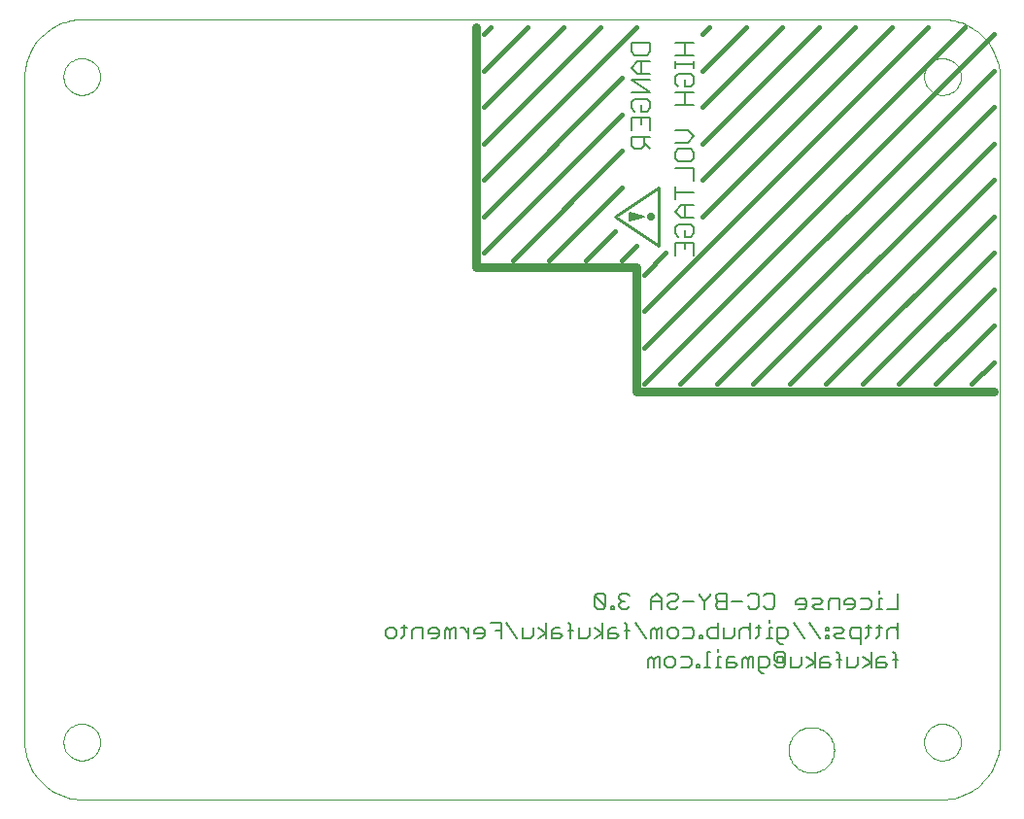
<source format=gbo>
G75*
%MOIN*%
%OFA0B0*%
%FSLAX24Y24*%
%IPPOS*%
%LPD*%
%AMOC8*
5,1,8,0,0,1.08239X$1,22.5*
%
%ADD10C,0.0000*%
%ADD11C,0.0060*%
%ADD12C,0.0160*%
%ADD13C,0.0300*%
%ADD14C,0.0050*%
%ADD15C,0.0100*%
%ADD16C,0.0125*%
D10*
X001180Y002680D02*
X001180Y025452D01*
X002519Y025483D02*
X002521Y025533D01*
X002527Y025583D01*
X002537Y025632D01*
X002551Y025680D01*
X002568Y025727D01*
X002589Y025772D01*
X002614Y025816D01*
X002642Y025857D01*
X002674Y025896D01*
X002708Y025933D01*
X002745Y025967D01*
X002785Y025997D01*
X002827Y026024D01*
X002871Y026048D01*
X002917Y026069D01*
X002964Y026085D01*
X003012Y026098D01*
X003062Y026107D01*
X003111Y026112D01*
X003162Y026113D01*
X003212Y026110D01*
X003261Y026103D01*
X003310Y026092D01*
X003358Y026077D01*
X003404Y026059D01*
X003449Y026037D01*
X003492Y026011D01*
X003533Y025982D01*
X003572Y025950D01*
X003608Y025915D01*
X003640Y025877D01*
X003670Y025837D01*
X003697Y025794D01*
X003720Y025750D01*
X003739Y025704D01*
X003755Y025656D01*
X003767Y025607D01*
X003775Y025558D01*
X003779Y025508D01*
X003779Y025458D01*
X003775Y025408D01*
X003767Y025359D01*
X003755Y025310D01*
X003739Y025262D01*
X003720Y025216D01*
X003697Y025172D01*
X003670Y025129D01*
X003640Y025089D01*
X003608Y025051D01*
X003572Y025016D01*
X003533Y024984D01*
X003492Y024955D01*
X003449Y024929D01*
X003404Y024907D01*
X003358Y024889D01*
X003310Y024874D01*
X003261Y024863D01*
X003212Y024856D01*
X003162Y024853D01*
X003111Y024854D01*
X003062Y024859D01*
X003012Y024868D01*
X002964Y024881D01*
X002917Y024897D01*
X002871Y024918D01*
X002827Y024942D01*
X002785Y024969D01*
X002745Y024999D01*
X002708Y025033D01*
X002674Y025070D01*
X002642Y025109D01*
X002614Y025150D01*
X002589Y025194D01*
X002568Y025239D01*
X002551Y025286D01*
X002537Y025334D01*
X002527Y025383D01*
X002521Y025433D01*
X002519Y025483D01*
X001180Y025452D02*
X001182Y025539D01*
X001188Y025626D01*
X001197Y025713D01*
X001210Y025799D01*
X001227Y025885D01*
X001248Y025970D01*
X001273Y026053D01*
X001301Y026136D01*
X001332Y026217D01*
X001367Y026297D01*
X001406Y026375D01*
X001448Y026452D01*
X001493Y026527D01*
X001542Y026599D01*
X001593Y026670D01*
X001648Y026738D01*
X001705Y026803D01*
X001766Y026866D01*
X001829Y026927D01*
X001894Y026984D01*
X001962Y027039D01*
X002033Y027090D01*
X002105Y027139D01*
X002180Y027184D01*
X002257Y027226D01*
X002335Y027265D01*
X002415Y027300D01*
X002496Y027331D01*
X002579Y027359D01*
X002662Y027384D01*
X002747Y027405D01*
X002833Y027422D01*
X002919Y027435D01*
X003006Y027444D01*
X003093Y027450D01*
X003180Y027452D01*
X032645Y027452D01*
X032046Y025483D02*
X032048Y025533D01*
X032054Y025583D01*
X032064Y025632D01*
X032078Y025680D01*
X032095Y025727D01*
X032116Y025772D01*
X032141Y025816D01*
X032169Y025857D01*
X032201Y025896D01*
X032235Y025933D01*
X032272Y025967D01*
X032312Y025997D01*
X032354Y026024D01*
X032398Y026048D01*
X032444Y026069D01*
X032491Y026085D01*
X032539Y026098D01*
X032589Y026107D01*
X032638Y026112D01*
X032689Y026113D01*
X032739Y026110D01*
X032788Y026103D01*
X032837Y026092D01*
X032885Y026077D01*
X032931Y026059D01*
X032976Y026037D01*
X033019Y026011D01*
X033060Y025982D01*
X033099Y025950D01*
X033135Y025915D01*
X033167Y025877D01*
X033197Y025837D01*
X033224Y025794D01*
X033247Y025750D01*
X033266Y025704D01*
X033282Y025656D01*
X033294Y025607D01*
X033302Y025558D01*
X033306Y025508D01*
X033306Y025458D01*
X033302Y025408D01*
X033294Y025359D01*
X033282Y025310D01*
X033266Y025262D01*
X033247Y025216D01*
X033224Y025172D01*
X033197Y025129D01*
X033167Y025089D01*
X033135Y025051D01*
X033099Y025016D01*
X033060Y024984D01*
X033019Y024955D01*
X032976Y024929D01*
X032931Y024907D01*
X032885Y024889D01*
X032837Y024874D01*
X032788Y024863D01*
X032739Y024856D01*
X032689Y024853D01*
X032638Y024854D01*
X032589Y024859D01*
X032539Y024868D01*
X032491Y024881D01*
X032444Y024897D01*
X032398Y024918D01*
X032354Y024942D01*
X032312Y024969D01*
X032272Y024999D01*
X032235Y025033D01*
X032201Y025070D01*
X032169Y025109D01*
X032141Y025150D01*
X032116Y025194D01*
X032095Y025239D01*
X032078Y025286D01*
X032064Y025334D01*
X032054Y025383D01*
X032048Y025433D01*
X032046Y025483D01*
X032645Y027452D02*
X032732Y027450D01*
X032819Y027444D01*
X032906Y027435D01*
X032992Y027422D01*
X033078Y027405D01*
X033163Y027384D01*
X033246Y027359D01*
X033329Y027331D01*
X033410Y027300D01*
X033490Y027265D01*
X033568Y027226D01*
X033645Y027184D01*
X033720Y027139D01*
X033792Y027090D01*
X033863Y027039D01*
X033931Y026984D01*
X033996Y026927D01*
X034059Y026866D01*
X034120Y026803D01*
X034177Y026738D01*
X034232Y026670D01*
X034283Y026599D01*
X034332Y026527D01*
X034377Y026452D01*
X034419Y026375D01*
X034458Y026297D01*
X034493Y026217D01*
X034524Y026136D01*
X034552Y026053D01*
X034577Y025970D01*
X034598Y025885D01*
X034615Y025799D01*
X034628Y025713D01*
X034637Y025626D01*
X034643Y025539D01*
X034645Y025452D01*
X034645Y002680D01*
X032046Y002649D02*
X032048Y002699D01*
X032054Y002749D01*
X032064Y002798D01*
X032078Y002846D01*
X032095Y002893D01*
X032116Y002938D01*
X032141Y002982D01*
X032169Y003023D01*
X032201Y003062D01*
X032235Y003099D01*
X032272Y003133D01*
X032312Y003163D01*
X032354Y003190D01*
X032398Y003214D01*
X032444Y003235D01*
X032491Y003251D01*
X032539Y003264D01*
X032589Y003273D01*
X032638Y003278D01*
X032689Y003279D01*
X032739Y003276D01*
X032788Y003269D01*
X032837Y003258D01*
X032885Y003243D01*
X032931Y003225D01*
X032976Y003203D01*
X033019Y003177D01*
X033060Y003148D01*
X033099Y003116D01*
X033135Y003081D01*
X033167Y003043D01*
X033197Y003003D01*
X033224Y002960D01*
X033247Y002916D01*
X033266Y002870D01*
X033282Y002822D01*
X033294Y002773D01*
X033302Y002724D01*
X033306Y002674D01*
X033306Y002624D01*
X033302Y002574D01*
X033294Y002525D01*
X033282Y002476D01*
X033266Y002428D01*
X033247Y002382D01*
X033224Y002338D01*
X033197Y002295D01*
X033167Y002255D01*
X033135Y002217D01*
X033099Y002182D01*
X033060Y002150D01*
X033019Y002121D01*
X032976Y002095D01*
X032931Y002073D01*
X032885Y002055D01*
X032837Y002040D01*
X032788Y002029D01*
X032739Y002022D01*
X032689Y002019D01*
X032638Y002020D01*
X032589Y002025D01*
X032539Y002034D01*
X032491Y002047D01*
X032444Y002063D01*
X032398Y002084D01*
X032354Y002108D01*
X032312Y002135D01*
X032272Y002165D01*
X032235Y002199D01*
X032201Y002236D01*
X032169Y002275D01*
X032141Y002316D01*
X032116Y002360D01*
X032095Y002405D01*
X032078Y002452D01*
X032064Y002500D01*
X032054Y002549D01*
X032048Y002599D01*
X032046Y002649D01*
X032645Y000680D02*
X032732Y000682D01*
X032819Y000688D01*
X032906Y000697D01*
X032992Y000710D01*
X033078Y000727D01*
X033163Y000748D01*
X033246Y000773D01*
X033329Y000801D01*
X033410Y000832D01*
X033490Y000867D01*
X033568Y000906D01*
X033645Y000948D01*
X033720Y000993D01*
X033792Y001042D01*
X033863Y001093D01*
X033931Y001148D01*
X033996Y001205D01*
X034059Y001266D01*
X034120Y001329D01*
X034177Y001394D01*
X034232Y001462D01*
X034283Y001533D01*
X034332Y001605D01*
X034377Y001680D01*
X034419Y001757D01*
X034458Y001835D01*
X034493Y001915D01*
X034524Y001996D01*
X034552Y002079D01*
X034577Y002162D01*
X034598Y002247D01*
X034615Y002333D01*
X034628Y002419D01*
X034637Y002506D01*
X034643Y002593D01*
X034645Y002680D01*
X032645Y000680D02*
X003180Y000680D01*
X002519Y002649D02*
X002521Y002699D01*
X002527Y002749D01*
X002537Y002798D01*
X002551Y002846D01*
X002568Y002893D01*
X002589Y002938D01*
X002614Y002982D01*
X002642Y003023D01*
X002674Y003062D01*
X002708Y003099D01*
X002745Y003133D01*
X002785Y003163D01*
X002827Y003190D01*
X002871Y003214D01*
X002917Y003235D01*
X002964Y003251D01*
X003012Y003264D01*
X003062Y003273D01*
X003111Y003278D01*
X003162Y003279D01*
X003212Y003276D01*
X003261Y003269D01*
X003310Y003258D01*
X003358Y003243D01*
X003404Y003225D01*
X003449Y003203D01*
X003492Y003177D01*
X003533Y003148D01*
X003572Y003116D01*
X003608Y003081D01*
X003640Y003043D01*
X003670Y003003D01*
X003697Y002960D01*
X003720Y002916D01*
X003739Y002870D01*
X003755Y002822D01*
X003767Y002773D01*
X003775Y002724D01*
X003779Y002674D01*
X003779Y002624D01*
X003775Y002574D01*
X003767Y002525D01*
X003755Y002476D01*
X003739Y002428D01*
X003720Y002382D01*
X003697Y002338D01*
X003670Y002295D01*
X003640Y002255D01*
X003608Y002217D01*
X003572Y002182D01*
X003533Y002150D01*
X003492Y002121D01*
X003449Y002095D01*
X003404Y002073D01*
X003358Y002055D01*
X003310Y002040D01*
X003261Y002029D01*
X003212Y002022D01*
X003162Y002019D01*
X003111Y002020D01*
X003062Y002025D01*
X003012Y002034D01*
X002964Y002047D01*
X002917Y002063D01*
X002871Y002084D01*
X002827Y002108D01*
X002785Y002135D01*
X002745Y002165D01*
X002708Y002199D01*
X002674Y002236D01*
X002642Y002275D01*
X002614Y002316D01*
X002589Y002360D01*
X002568Y002405D01*
X002551Y002452D01*
X002537Y002500D01*
X002527Y002549D01*
X002521Y002599D01*
X002519Y002649D01*
X001180Y002680D02*
X001182Y002593D01*
X001188Y002506D01*
X001197Y002419D01*
X001210Y002333D01*
X001227Y002247D01*
X001248Y002162D01*
X001273Y002079D01*
X001301Y001996D01*
X001332Y001915D01*
X001367Y001835D01*
X001406Y001757D01*
X001448Y001680D01*
X001493Y001605D01*
X001542Y001533D01*
X001593Y001462D01*
X001648Y001394D01*
X001705Y001329D01*
X001766Y001266D01*
X001829Y001205D01*
X001894Y001148D01*
X001962Y001093D01*
X002033Y001042D01*
X002105Y000993D01*
X002180Y000948D01*
X002257Y000906D01*
X002335Y000867D01*
X002415Y000832D01*
X002496Y000801D01*
X002579Y000773D01*
X002662Y000748D01*
X002747Y000727D01*
X002833Y000710D01*
X002919Y000697D01*
X003006Y000688D01*
X003093Y000682D01*
X003180Y000680D01*
X027400Y002380D02*
X027402Y002436D01*
X027408Y002491D01*
X027418Y002546D01*
X027432Y002600D01*
X027449Y002653D01*
X027470Y002704D01*
X027495Y002754D01*
X027524Y002802D01*
X027556Y002847D01*
X027591Y002891D01*
X027628Y002932D01*
X027669Y002969D01*
X027713Y003004D01*
X027758Y003036D01*
X027806Y003065D01*
X027856Y003090D01*
X027907Y003111D01*
X027960Y003128D01*
X028014Y003142D01*
X028069Y003152D01*
X028124Y003158D01*
X028180Y003160D01*
X028236Y003158D01*
X028291Y003152D01*
X028346Y003142D01*
X028400Y003128D01*
X028453Y003111D01*
X028504Y003090D01*
X028554Y003065D01*
X028602Y003036D01*
X028647Y003004D01*
X028691Y002969D01*
X028732Y002932D01*
X028769Y002891D01*
X028804Y002847D01*
X028836Y002802D01*
X028865Y002754D01*
X028890Y002704D01*
X028911Y002653D01*
X028928Y002600D01*
X028942Y002546D01*
X028952Y002491D01*
X028958Y002436D01*
X028960Y002380D01*
X028958Y002324D01*
X028952Y002269D01*
X028942Y002214D01*
X028928Y002160D01*
X028911Y002107D01*
X028890Y002056D01*
X028865Y002006D01*
X028836Y001958D01*
X028804Y001913D01*
X028769Y001869D01*
X028732Y001828D01*
X028691Y001791D01*
X028647Y001756D01*
X028602Y001724D01*
X028554Y001695D01*
X028504Y001670D01*
X028453Y001649D01*
X028400Y001632D01*
X028346Y001618D01*
X028291Y001608D01*
X028236Y001602D01*
X028180Y001600D01*
X028124Y001602D01*
X028069Y001608D01*
X028014Y001618D01*
X027960Y001632D01*
X027907Y001649D01*
X027856Y001670D01*
X027806Y001695D01*
X027758Y001724D01*
X027713Y001756D01*
X027669Y001791D01*
X027628Y001828D01*
X027591Y001869D01*
X027556Y001913D01*
X027524Y001958D01*
X027495Y002006D01*
X027470Y002056D01*
X027449Y002107D01*
X027432Y002160D01*
X027418Y002214D01*
X027408Y002269D01*
X027402Y002324D01*
X027400Y002380D01*
D11*
X024150Y019348D02*
X024150Y019775D01*
X023509Y019775D01*
X023509Y019348D01*
X023830Y019561D02*
X023830Y019775D01*
X023830Y019992D02*
X023830Y020206D01*
X023830Y019992D02*
X024043Y019992D01*
X024150Y020099D01*
X024150Y020313D01*
X024043Y020419D01*
X023616Y020419D01*
X023509Y020313D01*
X023509Y020099D01*
X023616Y019992D01*
X023723Y020637D02*
X023509Y020850D01*
X023723Y021064D01*
X024150Y021064D01*
X023830Y021064D02*
X023830Y020637D01*
X023723Y020637D02*
X024150Y020637D01*
X024150Y021495D02*
X023509Y021495D01*
X023509Y021708D02*
X023509Y021281D01*
X024150Y021926D02*
X024150Y022353D01*
X023509Y022353D01*
X023616Y022571D02*
X023509Y022677D01*
X023509Y022891D01*
X023616Y022998D01*
X024043Y022998D01*
X024150Y022891D01*
X024150Y022677D01*
X024043Y022571D01*
X023616Y022571D01*
X023509Y023215D02*
X023936Y023215D01*
X024150Y023429D01*
X023936Y023642D01*
X023509Y023642D01*
X022650Y023645D02*
X022650Y024072D01*
X022009Y024072D01*
X022009Y023645D01*
X022009Y023427D02*
X022009Y023107D01*
X022116Y023000D01*
X022330Y023000D01*
X022436Y023107D01*
X022436Y023427D01*
X022436Y023214D02*
X022650Y023000D01*
X022650Y023427D02*
X022009Y023427D01*
X022330Y023858D02*
X022330Y024072D01*
X022330Y024289D02*
X022330Y024503D01*
X022330Y024289D02*
X022543Y024289D01*
X022650Y024396D01*
X022650Y024610D01*
X022543Y024716D01*
X022116Y024716D01*
X022009Y024610D01*
X022009Y024396D01*
X022116Y024289D01*
X022009Y024934D02*
X022650Y024934D01*
X022009Y025361D01*
X022650Y025361D01*
X022650Y025578D02*
X022223Y025578D01*
X022009Y025792D01*
X022223Y026005D01*
X022650Y026005D01*
X022543Y026223D02*
X022116Y026223D01*
X022009Y026330D01*
X022009Y026650D01*
X022650Y026650D01*
X022650Y026330D01*
X022543Y026223D01*
X022330Y026005D02*
X022330Y025578D01*
X023509Y025469D02*
X023509Y025255D01*
X023616Y025149D01*
X023830Y025149D02*
X023830Y025362D01*
X023830Y025149D02*
X024043Y025149D01*
X024150Y025255D01*
X024150Y025469D01*
X024043Y025576D01*
X023616Y025576D01*
X023509Y025469D01*
X023509Y025792D02*
X023509Y026005D01*
X023509Y025899D02*
X024150Y025899D01*
X024150Y026005D02*
X024150Y025792D01*
X024150Y026223D02*
X023509Y026223D01*
X023830Y026223D02*
X023830Y026650D01*
X024150Y026650D02*
X023509Y026650D01*
X023509Y024931D02*
X024150Y024931D01*
X023830Y024931D02*
X023830Y024504D01*
X024150Y024504D02*
X023509Y024504D01*
D12*
X024430Y024430D02*
X027180Y027180D01*
X025930Y027180D02*
X024430Y025680D01*
X024430Y026930D02*
X024680Y027180D01*
X022180Y027180D02*
X016930Y021930D01*
X016930Y020680D02*
X021680Y025430D01*
X021680Y024180D02*
X016930Y019430D01*
X017930Y019180D02*
X021680Y022930D01*
X021680Y021680D02*
X019180Y019180D01*
X020430Y019180D02*
X021430Y020180D01*
X022180Y019680D02*
X021680Y019180D01*
X022430Y018680D02*
X023180Y019430D01*
X024430Y020680D02*
X030930Y027180D01*
X032180Y027180D02*
X022430Y017430D01*
X022430Y016180D02*
X033430Y027180D01*
X034430Y026930D02*
X022430Y014930D01*
X023680Y014930D02*
X034430Y025680D01*
X034430Y024430D02*
X024930Y014930D01*
X026180Y014930D02*
X034430Y023180D01*
X034430Y021930D02*
X027430Y014930D01*
X028680Y014930D02*
X034430Y020680D01*
X034430Y019430D02*
X029930Y014930D01*
X031180Y014930D02*
X034430Y018180D01*
X034430Y016930D02*
X032430Y014930D01*
X033680Y014930D02*
X034430Y015680D01*
X024430Y021930D02*
X029680Y027180D01*
X028430Y027180D02*
X024430Y023180D01*
X020930Y027180D02*
X016930Y023180D01*
X016930Y024430D02*
X019680Y027180D01*
X018430Y027180D02*
X016930Y025680D01*
X016930Y026930D02*
X017180Y027180D01*
D13*
X016680Y027180D02*
X016680Y018930D01*
X022180Y018930D01*
X022180Y014680D01*
X034430Y014680D01*
D14*
X030511Y007847D02*
X030511Y007755D01*
X030511Y007572D02*
X030511Y007205D01*
X030603Y007205D02*
X030419Y007205D01*
X030234Y007297D02*
X030142Y007205D01*
X029867Y007205D01*
X029682Y007297D02*
X029682Y007480D01*
X029590Y007572D01*
X029407Y007572D01*
X029315Y007480D01*
X029315Y007388D01*
X029682Y007388D01*
X029682Y007297D02*
X029590Y007205D01*
X029407Y007205D01*
X029129Y007205D02*
X029129Y007572D01*
X028854Y007572D01*
X028762Y007480D01*
X028762Y007205D01*
X028577Y007205D02*
X028302Y007205D01*
X028210Y007297D01*
X028302Y007388D01*
X028485Y007388D01*
X028577Y007480D01*
X028485Y007572D01*
X028210Y007572D01*
X028024Y007480D02*
X027933Y007572D01*
X027749Y007572D01*
X027657Y007480D01*
X027657Y007388D01*
X028024Y007388D01*
X028024Y007297D02*
X028024Y007480D01*
X028024Y007297D02*
X027933Y007205D01*
X027749Y007205D01*
X027565Y006755D02*
X027932Y006205D01*
X027380Y006297D02*
X027288Y006205D01*
X027013Y006205D01*
X027013Y006113D02*
X027013Y006572D01*
X027288Y006572D01*
X027380Y006480D01*
X027380Y006297D01*
X027196Y006022D02*
X027105Y006022D01*
X027013Y006113D01*
X026827Y006205D02*
X026644Y006205D01*
X026736Y006205D02*
X026736Y006572D01*
X026827Y006572D01*
X026736Y006755D02*
X026736Y006847D01*
X026459Y006572D02*
X026276Y006572D01*
X026367Y006664D02*
X026367Y006297D01*
X026276Y006205D01*
X026091Y006205D02*
X026091Y006755D01*
X025999Y006572D02*
X025815Y006572D01*
X025724Y006480D01*
X025724Y006205D01*
X025538Y006297D02*
X025446Y006205D01*
X025171Y006205D01*
X025171Y006572D01*
X024986Y006572D02*
X024710Y006572D01*
X024619Y006480D01*
X024619Y006297D01*
X024710Y006205D01*
X024986Y006205D01*
X024986Y006755D01*
X024433Y006297D02*
X024342Y006297D01*
X024342Y006205D01*
X024433Y006205D01*
X024433Y006297D01*
X024157Y006297D02*
X024065Y006205D01*
X023790Y006205D01*
X023605Y006297D02*
X023513Y006205D01*
X023329Y006205D01*
X023238Y006297D01*
X023238Y006480D01*
X023329Y006572D01*
X023513Y006572D01*
X023605Y006480D01*
X023605Y006297D01*
X023790Y006572D02*
X024065Y006572D01*
X024157Y006480D01*
X024157Y006297D01*
X024618Y005755D02*
X024618Y005205D01*
X024709Y005205D02*
X024526Y005205D01*
X024341Y005205D02*
X024249Y005205D01*
X024249Y005297D01*
X024341Y005297D01*
X024341Y005205D01*
X024065Y005297D02*
X023973Y005205D01*
X023698Y005205D01*
X023512Y005297D02*
X023512Y005480D01*
X023421Y005572D01*
X023237Y005572D01*
X023145Y005480D01*
X023145Y005297D01*
X023237Y005205D01*
X023421Y005205D01*
X023512Y005297D01*
X023698Y005572D02*
X023973Y005572D01*
X024065Y005480D01*
X024065Y005297D01*
X024618Y005755D02*
X024709Y005755D01*
X024986Y005755D02*
X024986Y005847D01*
X024986Y005572D02*
X024986Y005205D01*
X025078Y005205D02*
X024894Y005205D01*
X025263Y005205D02*
X025263Y005480D01*
X025355Y005572D01*
X025539Y005572D01*
X025539Y005388D02*
X025263Y005388D01*
X025263Y005205D02*
X025539Y005205D01*
X025630Y005297D01*
X025539Y005388D01*
X025816Y005480D02*
X025816Y005205D01*
X025999Y005205D02*
X025999Y005480D01*
X025908Y005572D01*
X025816Y005480D01*
X025999Y005480D02*
X026091Y005572D01*
X026183Y005572D01*
X026183Y005205D01*
X026368Y005205D02*
X026643Y005205D01*
X026735Y005297D01*
X026735Y005480D01*
X026643Y005572D01*
X026368Y005572D01*
X026368Y005113D01*
X026460Y005022D01*
X026552Y005022D01*
X026921Y005297D02*
X027012Y005205D01*
X027196Y005205D01*
X027288Y005297D01*
X027288Y005664D01*
X027196Y005755D01*
X027012Y005755D01*
X026921Y005664D01*
X026921Y005480D01*
X027012Y005388D01*
X027012Y005572D01*
X027196Y005572D01*
X027196Y005388D01*
X027012Y005388D01*
X027473Y005205D02*
X027473Y005572D01*
X027473Y005205D02*
X027748Y005205D01*
X027840Y005297D01*
X027840Y005572D01*
X028025Y005572D02*
X028301Y005388D01*
X028025Y005205D01*
X028301Y005205D02*
X028301Y005755D01*
X028486Y005480D02*
X028486Y005205D01*
X028761Y005205D01*
X028853Y005297D01*
X028761Y005388D01*
X028486Y005388D01*
X028486Y005480D02*
X028578Y005572D01*
X028761Y005572D01*
X029038Y005480D02*
X029221Y005480D01*
X029130Y005664D02*
X029038Y005755D01*
X029130Y005664D02*
X029130Y005205D01*
X029407Y005205D02*
X029407Y005572D01*
X029774Y005572D02*
X029774Y005297D01*
X029682Y005205D01*
X029407Y005205D01*
X029959Y005205D02*
X030234Y005388D01*
X029959Y005572D01*
X030234Y005755D02*
X030234Y005205D01*
X030420Y005205D02*
X030695Y005205D01*
X030787Y005297D01*
X030695Y005388D01*
X030420Y005388D01*
X030420Y005480D02*
X030420Y005205D01*
X030420Y005480D02*
X030511Y005572D01*
X030695Y005572D01*
X030972Y005480D02*
X031155Y005480D01*
X031063Y005664D02*
X030972Y005755D01*
X031063Y005664D02*
X031063Y005205D01*
X031155Y006205D02*
X031155Y006755D01*
X031063Y006572D02*
X030880Y006572D01*
X030788Y006480D01*
X030788Y006205D01*
X030511Y006297D02*
X030419Y006205D01*
X030511Y006297D02*
X030511Y006664D01*
X030603Y006572D02*
X030419Y006572D01*
X030234Y006572D02*
X030051Y006572D01*
X030142Y006664D02*
X030142Y006297D01*
X030051Y006205D01*
X029866Y006205D02*
X029591Y006205D01*
X029499Y006297D01*
X029499Y006480D01*
X029591Y006572D01*
X029866Y006572D01*
X029866Y006022D01*
X029313Y006205D02*
X029038Y006205D01*
X028946Y006297D01*
X029038Y006388D01*
X029222Y006388D01*
X029313Y006480D01*
X029222Y006572D01*
X028946Y006572D01*
X028761Y006572D02*
X028761Y006480D01*
X028669Y006480D01*
X028669Y006572D01*
X028761Y006572D01*
X028761Y006297D02*
X028669Y006297D01*
X028669Y006205D01*
X028761Y006205D01*
X028761Y006297D01*
X028485Y006205D02*
X028118Y006755D01*
X026919Y007297D02*
X026919Y007664D01*
X026828Y007755D01*
X026644Y007755D01*
X026552Y007664D01*
X026367Y007664D02*
X026367Y007297D01*
X026275Y007205D01*
X026092Y007205D01*
X026000Y007297D01*
X025814Y007480D02*
X025447Y007480D01*
X025262Y007480D02*
X024987Y007480D01*
X024895Y007388D01*
X024895Y007297D01*
X024987Y007205D01*
X025262Y007205D01*
X025262Y007755D01*
X024987Y007755D01*
X024895Y007664D01*
X024895Y007572D01*
X024987Y007480D01*
X024709Y007664D02*
X024526Y007480D01*
X024526Y007205D01*
X024526Y007480D02*
X024343Y007664D01*
X024343Y007755D01*
X024157Y007480D02*
X023790Y007480D01*
X023605Y007572D02*
X023513Y007480D01*
X023329Y007480D01*
X023238Y007388D01*
X023238Y007297D01*
X023329Y007205D01*
X023513Y007205D01*
X023605Y007297D01*
X023605Y007572D02*
X023605Y007664D01*
X023513Y007755D01*
X023329Y007755D01*
X023238Y007664D01*
X023052Y007572D02*
X022869Y007755D01*
X022685Y007572D01*
X022685Y007205D01*
X022685Y007480D02*
X023052Y007480D01*
X023052Y007572D02*
X023052Y007205D01*
X023052Y006572D02*
X022960Y006572D01*
X022869Y006480D01*
X022777Y006572D01*
X022685Y006480D01*
X022685Y006205D01*
X022869Y006205D02*
X022869Y006480D01*
X023052Y006572D02*
X023052Y006205D01*
X022500Y006205D02*
X022133Y006755D01*
X021855Y006664D02*
X021764Y006755D01*
X021855Y006664D02*
X021855Y006205D01*
X021947Y006480D02*
X021764Y006480D01*
X021579Y006297D02*
X021487Y006388D01*
X021212Y006388D01*
X021212Y006480D02*
X021212Y006205D01*
X021487Y006205D01*
X021579Y006297D01*
X021487Y006572D02*
X021304Y006572D01*
X021212Y006480D01*
X021026Y006388D02*
X020751Y006205D01*
X020566Y006297D02*
X020474Y006205D01*
X020199Y006205D01*
X020199Y006572D01*
X020013Y006480D02*
X019830Y006480D01*
X019922Y006664D02*
X019922Y006205D01*
X019645Y006297D02*
X019553Y006388D01*
X019278Y006388D01*
X019278Y006480D02*
X019278Y006205D01*
X019553Y006205D01*
X019645Y006297D01*
X019553Y006572D02*
X019370Y006572D01*
X019278Y006480D01*
X019093Y006388D02*
X018817Y006572D01*
X018632Y006572D02*
X018632Y006297D01*
X018541Y006205D01*
X018265Y006205D01*
X018265Y006572D01*
X018080Y006205D02*
X017713Y006755D01*
X017527Y006755D02*
X017160Y006755D01*
X017344Y006480D02*
X017527Y006480D01*
X017527Y006205D02*
X017527Y006755D01*
X016975Y006480D02*
X016883Y006572D01*
X016700Y006572D01*
X016608Y006480D01*
X016608Y006388D01*
X016975Y006388D01*
X016975Y006297D02*
X016975Y006480D01*
X016975Y006297D02*
X016883Y006205D01*
X016700Y006205D01*
X016422Y006205D02*
X016422Y006572D01*
X016239Y006572D02*
X016422Y006388D01*
X016239Y006572D02*
X016147Y006572D01*
X015962Y006572D02*
X015870Y006572D01*
X015779Y006480D01*
X015687Y006572D01*
X015595Y006480D01*
X015595Y006205D01*
X015779Y006205D02*
X015779Y006480D01*
X015962Y006572D02*
X015962Y006205D01*
X015410Y006297D02*
X015410Y006480D01*
X015318Y006572D01*
X015134Y006572D01*
X015043Y006480D01*
X015043Y006388D01*
X015410Y006388D01*
X015410Y006297D02*
X015318Y006205D01*
X015134Y006205D01*
X014857Y006205D02*
X014857Y006572D01*
X014582Y006572D01*
X014490Y006480D01*
X014490Y006205D01*
X014213Y006297D02*
X014121Y006205D01*
X014213Y006297D02*
X014213Y006664D01*
X014305Y006572D02*
X014121Y006572D01*
X013936Y006480D02*
X013845Y006572D01*
X013661Y006572D01*
X013569Y006480D01*
X013569Y006297D01*
X013661Y006205D01*
X013845Y006205D01*
X013936Y006297D01*
X013936Y006480D01*
X018817Y006205D02*
X019093Y006388D01*
X019093Y006205D02*
X019093Y006755D01*
X019830Y006755D02*
X019922Y006664D01*
X020566Y006572D02*
X020566Y006297D01*
X020751Y006572D02*
X021026Y006388D01*
X021026Y006205D02*
X021026Y006755D01*
X021027Y007205D02*
X021118Y007297D01*
X020751Y007664D01*
X020751Y007297D01*
X020843Y007205D01*
X021027Y007205D01*
X021118Y007297D02*
X021118Y007664D01*
X021027Y007755D01*
X020843Y007755D01*
X020751Y007664D01*
X021303Y007297D02*
X021303Y007205D01*
X021395Y007205D01*
X021395Y007297D01*
X021303Y007297D01*
X021580Y007297D02*
X021672Y007205D01*
X021855Y007205D01*
X021947Y007297D01*
X021764Y007480D02*
X021672Y007480D01*
X021580Y007388D01*
X021580Y007297D01*
X021672Y007480D02*
X021580Y007572D01*
X021580Y007664D01*
X021672Y007755D01*
X021855Y007755D01*
X021947Y007664D01*
X022685Y005572D02*
X022593Y005480D01*
X022593Y005205D01*
X022777Y005205D02*
X022777Y005480D01*
X022685Y005572D01*
X022777Y005480D02*
X022868Y005572D01*
X022960Y005572D01*
X022960Y005205D01*
X024986Y005572D02*
X025078Y005572D01*
X025538Y006297D02*
X025538Y006572D01*
X025999Y006572D02*
X026091Y006480D01*
X026644Y007205D02*
X026552Y007297D01*
X026644Y007205D02*
X026828Y007205D01*
X026919Y007297D01*
X026367Y007664D02*
X026275Y007755D01*
X026092Y007755D01*
X026000Y007664D01*
X024709Y007664D02*
X024709Y007755D01*
X029867Y007572D02*
X030142Y007572D01*
X030234Y007480D01*
X030234Y007297D01*
X030511Y007572D02*
X030603Y007572D01*
X030788Y007205D02*
X031155Y007205D01*
X031155Y007755D01*
X031063Y006572D02*
X031155Y006480D01*
X022430Y020680D02*
X021930Y020555D01*
X021930Y020805D01*
X022430Y020680D01*
X022358Y020662D02*
X021930Y020662D01*
X021930Y020614D02*
X022164Y020614D01*
X022114Y020759D02*
X021930Y020759D01*
X021930Y020711D02*
X022308Y020711D01*
X021970Y020565D02*
X021930Y020565D01*
D15*
X021430Y020680D02*
X022930Y019680D01*
X022930Y021680D01*
X021430Y020680D01*
D16*
X022617Y020680D02*
X022619Y020695D01*
X022624Y020709D01*
X022633Y020722D01*
X022644Y020732D01*
X022658Y020739D01*
X022672Y020743D01*
X022688Y020743D01*
X022702Y020739D01*
X022716Y020732D01*
X022727Y020722D01*
X022736Y020709D01*
X022741Y020695D01*
X022743Y020680D01*
X022741Y020665D01*
X022736Y020651D01*
X022727Y020638D01*
X022716Y020628D01*
X022702Y020621D01*
X022688Y020617D01*
X022672Y020617D01*
X022658Y020621D01*
X022644Y020628D01*
X022633Y020638D01*
X022624Y020651D01*
X022619Y020665D01*
X022617Y020680D01*
M02*

</source>
